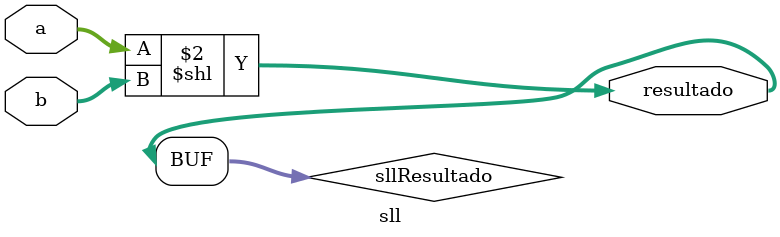
<source format=sv>
module sll #(parameter N = 4)(input logic [N-1:0] a, b, output logic [N-1:0] resultado);

    logic [N-1:0] sllResultado;

    always_comb begin
        sllResultado = a << b;
    end

    assign resultado = sllResultado;

endmodule 
</source>
